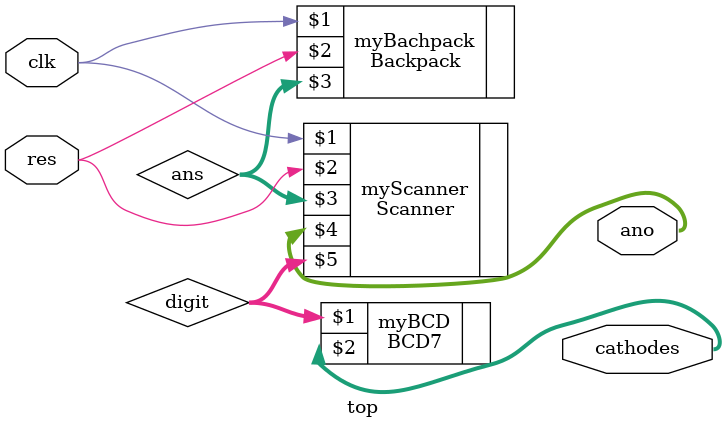
<source format=v>
`timescale 1ns/100ps

`include "BCD7.v"
`include "Scanner.v"
`include "Backpack.v"

module top(clk,res,ano,cathodes);
//signals
input clk,res;
output [3:0] ano;
output [7:0] cathodes;
wire [15:0] ans;
wire [3:0] digit;//显示位

//例化
Scanner myScanner(clk,res,ans,ano,digit);
BCD7 myBCD(digit,cathodes);
Backpack myBachpack(clk,res,ans);

endmodule
</source>
